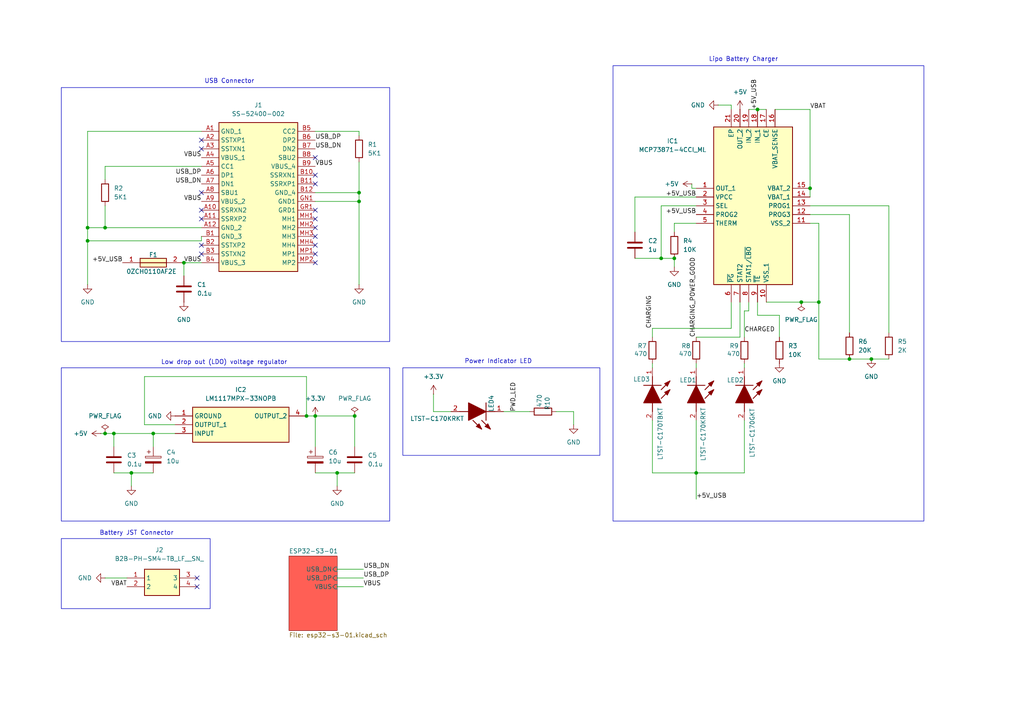
<source format=kicad_sch>
(kicad_sch (version 20250114) (generator "eeschema") (generator_version "9.0")
  (paper "A4")
  (title_block (title "Media-Macroboard"))
  (lib_symbols
    (symbol "0ZCH0110AF2E:0ZCH0110AF2E" (pin_names (hide yes))
      (property "Reference" "F" (at 13.97 6.35 0))
      (property "Value" "0ZCH0110AF2E" (at 13.97 3.81 0))
      (symbol "0ZCH0110AF2E_1_1"
        (rectangle (start 5.08 1.27) (end 12.7 -1.27) (stroke (width 0.254)) (fill (type background)))
        (polyline (pts (xy 5.08 0) (xy 12.7 0)) (stroke (width 0.254)))
        (pin passive line (at 0 0 0) (length 5.08) (name "1") (number "1"))
        (pin passive line (at 17.78 0 180) (length 5.08) (name "2") (number "2"))
      )
    )
    (symbol "B2B-PH-SM4-TB_LF__SN_:B2B-PH-SM4-TB_LF__SN_"
      (property "Reference" "J" (at 16.51 7.62 0))
      (property "Value" "B2B-PH-SM4-TB_LF__SN_" (at 16.51 5.08 0))
      (symbol "B2B-PH-SM4-TB_LF__SN__1_1"
        (rectangle (start 5.08 2.54) (end 15.24 -5.08) (stroke (width 0.254)) (fill (type background)))
        (pin passive line (at 0 0 0) (length 5.08) (name "1") (number "1"))
        (pin passive line (at 0 -2.54 0) (length 5.08) (name "2") (number "2"))
        (pin passive line (at 20.32 0 180) (length 5.08) (name "3") (number "3"))
        (pin passive line (at 20.32 -2.54 180) (length 5.08) (name "4") (number "4"))
      )
    )
    (symbol "Device:C" (pin_numbers (hide yes)) (pin_names (offset 0.254))
      (property "Reference" "C" (at 0.635 2.54 0))
      (property "Value" "C" (at 0.635 -2.54 0))
      (symbol "C_0_1"
        (polyline (pts (xy -2.032 0.762) (xy 2.032 0.762)) (stroke (width 0.508)))
        (polyline (pts (xy -2.032 -0.762) (xy 2.032 -0.762)) (stroke (width 0.508)))
      )
      (symbol "C_1_1"
        (pin passive line (at 0 3.81 270) (length 2.794) (name "~") (number "1"))
        (pin passive line (at 0 -3.81 90) (length 2.794) (name "~") (number "2"))
      )
    )
    (symbol "Device:C_Polarized" (pin_numbers (hide yes)) (pin_names (offset 0.254))
      (property "Reference" "C" (at 0.635 2.54 0))
      (property "Value" "C_Polarized" (at 0.635 -2.54 0))
      (symbol "C_Polarized_0_1"
        (rectangle (start -2.286 0.508) (end 2.286 1.016))
        (polyline (pts (xy -1.778 2.286) (xy -0.762 2.286)))
        (polyline (pts (xy -1.27 2.794) (xy -1.27 1.778)))
        (rectangle (start 2.286 -0.508) (end -2.286 -1.016) (fill (type outline)))
      )
      (symbol "C_Polarized_1_1"
        (pin passive line (at 0 3.81 270) (length 2.794) (name "~") (number "1"))
        (pin passive line (at 0 -3.81 90) (length 2.794) (name "~") (number "2"))
      )
    )
    (symbol "Device:R" (pin_numbers (hide yes)) (pin_names (offset 0))
      (property "Reference" "R" (at 2.032 0 90))
      (property "Value" "R" (at 0 0 90))
      (symbol "R_0_1"
        (rectangle (start -1.016 -2.54) (end 1.016 2.54) (stroke (width 0.254)))
      )
      (symbol "R_1_1"
        (pin passive line (at 0 3.81 270) (length 1.27) (name "~") (number "1"))
        (pin passive line (at 0 -3.81 90) (length 1.27) (name "~") (number "2"))
      )
    )
    (symbol "LM1117MPX-33NOPB:LM1117MPX-33NOPB"
      (property "Reference" "IC" (at 34.29 7.62 0))
      (property "Value" "LM1117MPX-33NOPB" (at 34.29 5.08 0))
      (symbol "LM1117MPX-33NOPB_1_1"
        (rectangle (start 5.08 2.54) (end 33.02 -7.62) (stroke (width 0.254)) (fill (type background)))
        (pin passive line (at 0 0 0) (length 5.08) (name "GROUND") (number "1"))
        (pin passive line (at 0 -2.54 0) (length 5.08) (name "OUTPUT_1") (number "2"))
        (pin passive line (at 0 -5.08 0) (length 5.08) (name "INPUT") (number "3"))
        (pin passive line (at 38.1 0 180) (length 5.08) (name "OUTPUT_2") (number "4"))
      )
    )
    (symbol "LTST-C170GKT:LTST-C170GKT" (pin_names (hide yes))
      (property "Reference" "LED" (at 12.7 8.89 0))
      (property "Value" "LTST-C170GKT" (at 12.7 6.35 0))
      (symbol "LTST-C170GKT_1_1"
        (polyline (pts (xy 2.54 0) (xy 5.08 0)) (stroke (width 0.254)))
        (polyline (pts (xy 5.08 2.54) (xy 5.08 -2.54)) (stroke (width 0.254)))
        (polyline (pts (xy 5.08 0) (xy 10.16 2.54) (xy 10.16 -2.54) (xy 5.08 0)) (stroke (width 0.254)) (fill (type outline)))
        (polyline (pts (xy 5.334 4.318) (xy 4.572 3.556) (xy 3.81 5.08) (xy 5.334 4.318)) (stroke (width 0.254)) (fill (type outline)))
        (polyline (pts (xy 6.35 2.54) (xy 3.81 5.08)) (stroke (width 0.254)))
        (polyline (pts (xy 7.874 4.318) (xy 7.112 3.556) (xy 6.35 5.08) (xy 7.874 4.318)) (stroke (width 0.254)) (fill (type outline)))
        (polyline (pts (xy 8.89 2.54) (xy 6.35 5.08)) (stroke (width 0.254)))
        (polyline (pts (xy 10.16 0) (xy 12.7 0)) (stroke (width 0.254)))
        (pin passive line (at 0 0 0) (length 2.54) (name "K") (number "1"))
        (pin passive line (at 15.24 0 180) (length 2.54) (name "A") (number "2"))
      )
    )
    (symbol "LTST-C170KRKT:LTST-C170KRKT" (pin_names (hide yes))
      (property "Reference" "LED" (at 12.7 8.89 0))
      (property "Value" "LTST-C170KRKT" (at 12.7 6.35 0))
      (symbol "LTST-C170KRKT_1_1"
        (polyline (pts (xy 2.54 0) (xy 5.08 0)) (stroke (width 0.254)))
        (polyline (pts (xy 5.08 2.54) (xy 5.08 -2.54)) (stroke (width 0.254)))
        (polyline (pts (xy 5.08 0) (xy 10.16 2.54) (xy 10.16 -2.54) (xy 5.08 0)) (stroke (width 0.254)) (fill (type outline)))
        (polyline (pts (xy 5.334 4.318) (xy 4.572 3.556) (xy 3.81 5.08) (xy 5.334 4.318)) (stroke (width 0.254)) (fill (type outline)))
        (polyline (pts (xy 6.35 2.54) (xy 3.81 5.08)) (stroke (width 0.254)))
        (polyline (pts (xy 7.874 4.318) (xy 7.112 3.556) (xy 6.35 5.08) (xy 7.874 4.318)) (stroke (width 0.254)) (fill (type outline)))
        (polyline (pts (xy 8.89 2.54) (xy 6.35 5.08)) (stroke (width 0.254)))
        (polyline (pts (xy 10.16 0) (xy 12.7 0)) (stroke (width 0.254)))
        (pin passive line (at 0 0 0) (length 2.54) (name "K") (number "1"))
        (pin passive line (at 15.24 0 180) (length 2.54) (name "A") (number "2"))
      )
    )
    (symbol "LTST-C170TBKT:LTST-C170TBKT" (pin_names (hide yes))
      (property "Reference" "LED" (at 12.7 8.89 0))
      (property "Value" "LTST-C170TBKT" (at 12.7 6.35 0))
      (symbol "LTST-C170TBKT_1_1"
        (polyline (pts (xy 2.54 0) (xy 5.08 0)) (stroke (width 0.254)))
        (polyline (pts (xy 5.08 2.54) (xy 5.08 -2.54)) (stroke (width 0.254)))
        (polyline (pts (xy 5.08 0) (xy 10.16 2.54) (xy 10.16 -2.54) (xy 5.08 0)) (stroke (width 0.254)) (fill (type outline)))
        (polyline (pts (xy 5.334 4.318) (xy 4.572 3.556) (xy 3.81 5.08) (xy 5.334 4.318)) (stroke (width 0.254)) (fill (type outline)))
        (polyline (pts (xy 6.35 2.54) (xy 3.81 5.08)) (stroke (width 0.254)))
        (polyline (pts (xy 7.874 4.318) (xy 7.112 3.556) (xy 6.35 5.08) (xy 7.874 4.318)) (stroke (width 0.254)) (fill (type outline)))
        (polyline (pts (xy 8.89 2.54) (xy 6.35 5.08)) (stroke (width 0.254)))
        (polyline (pts (xy 10.16 0) (xy 12.7 0)) (stroke (width 0.254)))
        (pin passive line (at 0 0 0) (length 2.54) (name "K") (number "1"))
        (pin passive line (at 15.24 0 180) (length 2.54) (name "A") (number "2"))
      )
    )
    (symbol "MCP73871-4CCI_ML:MCP73871-4CCI_ML"
      (property "Reference" "IC" (at 29.21 22.86 0))
      (property "Value" "MCP73871-4CCI_ML" (at 29.21 20.32 0))
      (symbol "MCP73871-4CCI_ML_1_1"
        (rectangle (start 5.08 17.78) (end 27.94 -27.94) (stroke (width 0.254)) (fill (type background)))
        (pin passive line (at 0 0 0) (length 5.08) (name "OUT_1") (number "1"))
        (pin passive line (at 0 -2.54 0) (length 5.08) (name "VPCC") (number "2"))
        (pin passive line (at 0 -5.08 0) (length 5.08) (name "SEL") (number "3"))
        (pin passive line (at 0 -7.62 0) (length 5.08) (name "PROG2") (number "4"))
        (pin passive line (at 0 -10.16 0) (length 5.08) (name "THERM") (number "5"))
        (pin passive line (at 10.16 22.86 270) (length 5.08) (name "EP") (number "21"))
        (pin passive line (at 10.16 -33.02 90) (length 5.08) (name "~{PG}") (number "6"))
        (pin passive line (at 12.7 22.86 270) (length 5.08) (name "OUT_2") (number "20"))
        (pin passive line (at 12.7 -33.02 90) (length 5.08) (name "STAT2") (number "7"))
        (pin passive line (at 15.24 22.86 270) (length 5.08) (name "IN_2") (number "19"))
        (pin passive line (at 15.24 -33.02 90) (length 5.08) (name "STAT1/~{LBO}") (number "8"))
        (pin passive line (at 17.78 22.86 270) (length 5.08) (name "IN_1") (number "18"))
        (pin passive line (at 17.78 -33.02 90) (length 5.08) (name "~{TE}") (number "9"))
        (pin passive line (at 20.32 22.86 270) (length 5.08) (name "CE") (number "17"))
        (pin passive line (at 20.32 -33.02 90) (length 5.08) (name "VSS_1") (number "10"))
        (pin passive line (at 22.86 22.86 270) (length 5.08) (name "VBAT_SENSE") (number "16"))
        (pin passive line (at 33.02 0 180) (length 5.08) (name "VBAT_2") (number "15"))
        (pin passive line (at 33.02 -2.54 180) (length 5.08) (name "VBAT_1") (number "14"))
        (pin passive line (at 33.02 -5.08 180) (length 5.08) (name "PROG1") (number "13"))
        (pin passive line (at 33.02 -7.62 180) (length 5.08) (name "PROG3") (number "12"))
        (pin passive line (at 33.02 -10.16 180) (length 5.08) (name "VSS_2") (number "11"))
      )
    )
    (symbol "SS-52400-002:SS-52400-002"
      (property "Reference" "J" (at 29.21 7.62 0))
      (property "Value" "SS-52400-002" (at 29.21 5.08 0))
      (symbol "SS-52400-002_1_1"
        (rectangle (start 5.08 2.54) (end 27.94 -40.64) (stroke (width 0.254)) (fill (type background)))
        (pin passive line (at 0 0 0) (length 5.08) (name "GND_1") (number "A1"))
        (pin passive line (at 0 -2.54 0) (length 5.08) (name "SSTXP1") (number "A2"))
        (pin passive line (at 0 -5.08 0) (length 5.08) (name "SSTXN1") (number "A3"))
        (pin passive line (at 0 -7.62 0) (length 5.08) (name "VBUS_1") (number "A4"))
        (pin passive line (at 0 -10.16 0) (length 5.08) (name "CC1") (number "A5"))
        (pin passive line (at 0 -12.7 0) (length 5.08) (name "DP1") (number "A6"))
        (pin passive line (at 0 -15.24 0) (length 5.08) (name "DN1") (number "A7"))
        (pin passive line (at 0 -17.78 0) (length 5.08) (name "SBU1") (number "A8"))
        (pin passive line (at 0 -20.32 0) (length 5.08) (name "VBUS_2") (number "A9"))
        (pin passive line (at 0 -22.86 0) (length 5.08) (name "SSRXN2") (number "A10"))
        (pin passive line (at 0 -25.4 0) (length 5.08) (name "SSRXP2") (number "A11"))
        (pin passive line (at 0 -27.94 0) (length 5.08) (name "GND_2") (number "A12"))
        (pin passive line (at 0 -30.48 0) (length 5.08) (name "GND_3") (number "B1"))
        (pin passive line (at 0 -33.02 0) (length 5.08) (name "SSTXP2") (number "B2"))
        (pin passive line (at 0 -35.56 0) (length 5.08) (name "SSTXN2") (number "B3"))
        (pin passive line (at 0 -38.1 0) (length 5.08) (name "VBUS_3") (number "B4"))
        (pin passive line (at 33.02 0 180) (length 5.08) (name "CC2") (number "B5"))
        (pin passive line (at 33.02 -2.54 180) (length 5.08) (name "DP2") (number "B6"))
        (pin passive line (at 33.02 -5.08 180) (length 5.08) (name "DN2") (number "B7"))
        (pin passive line (at 33.02 -7.62 180) (length 5.08) (name "SBU2") (number "B8"))
        (pin passive line (at 33.02 -10.16 180) (length 5.08) (name "VBUS_4") (number "B9"))
        (pin passive line (at 33.02 -12.7 180) (length 5.08) (name "SSRXN1") (number "B10"))
        (pin passive line (at 33.02 -15.24 180) (length 5.08) (name "SSRXP1") (number "B11"))
        (pin passive line (at 33.02 -17.78 180) (length 5.08) (name "GND_4") (number "B12"))
        (pin passive line (at 33.02 -20.32 180) (length 5.08) (name "GND1") (number "GN1"))
        (pin passive line (at 33.02 -22.86 180) (length 5.08) (name "GRD1") (number "GR1"))
        (pin passive line (at 33.02 -25.4 180) (length 5.08) (name "MH1") (number "MH1"))
        (pin passive line (at 33.02 -27.94 180) (length 5.08) (name "MH2") (number "MH2"))
        (pin passive line (at 33.02 -30.48 180) (length 5.08) (name "MH3") (number "MH3"))
        (pin passive line (at 33.02 -33.02 180) (length 5.08) (name "MH4") (number "MH4"))
        (pin passive line (at 33.02 -35.56 180) (length 5.08) (name "MP1") (number "MP1"))
        (pin passive line (at 33.02 -38.1 180) (length 5.08) (name "MP2") (number "MP2"))
      )
    )
    (symbol "power:+3.3V" (power) (pin_numbers (hide yes)) (pin_names (offset 0) (hide yes))
      (property "Value" "+3.3V" (at 0 3.556 0))
      (symbol "+3.3V_0_1"
        (polyline (pts (xy -0.762 1.27) (xy 0 2.54)))
        (polyline (pts (xy 0 2.54) (xy 0.762 1.27)))
        (polyline (pts (xy 0 0) (xy 0 2.54)))
      )
      (symbol "+3.3V_1_1"
        (pin power_in line (at 0 0 90) (length 0) (name "~") (number "1"))
      )
    )
    (symbol "power:+5V" (power) (pin_numbers (hide yes)) (pin_names (offset 0) (hide yes))
      (property "Value" "+5V" (at 0 3.556 0))
      (symbol "+5V_0_1"
        (polyline (pts (xy -0.762 1.27) (xy 0 2.54)))
        (polyline (pts (xy 0 2.54) (xy 0.762 1.27)))
        (polyline (pts (xy 0 0) (xy 0 2.54)))
      )
      (symbol "+5V_1_1"
        (pin power_in line (at 0 0 90) (length 0) (name "~") (number "1"))
      )
    )
    (symbol "power:GND" (power) (pin_numbers (hide yes)) (pin_names (offset 0) (hide yes))
      (property "Value" "GND" (at 0 -3.81 0))
      (symbol "GND_0_1"
        (polyline (pts (xy 0 0) (xy 0 -1.27) (xy 1.27 -1.27) (xy 0 -2.54) (xy -1.27 -1.27) (xy 0 -1.27)))
      )
      (symbol "GND_1_1"
        (pin power_in line (at 0 0 270) (length 0) (name "~") (number "1"))
      )
    )
    (symbol "power:PWR_FLAG" (power) (pin_numbers (hide yes)) (pin_names (offset 0) (hide yes))
      (property "Value" "PWR_FLAG" (at 0 3.81 0))
      (symbol "PWR_FLAG_0_0"
        (pin power_out line (at 0 0 90) (length 0) (name "~") (number "1"))
      )
      (symbol "PWR_FLAG_0_1"
        (polyline (pts (xy 0 0) (xy 0 1.27) (xy -1.016 1.905) (xy 0 2.54) (xy 1.016 1.905) (xy 0 1.27)))
      )
    )
  )
  (rectangle (start 17.78 25.4) (end 113.03 99.06))
  (rectangle (start 116.84 106.68) (end 173.99 132.08))
  (rectangle (start 177.8 19.05) (end 267.97 151.13))
  (rectangle (start 17.78 106.68) (end 113.03 151.13))
  (rectangle (start 17.78 156.21) (end 60.96 176.53))
  (text "USB Connector" (at 66.548 23.622 0) (effects (font (size 1.27 1.27))))
  (text "Lipo Battery Charger" (at 215.646 17.272 0) (effects (font (size 1.27 1.27))))
  (text "Power Indicator LED" (at 144.526 104.902 0) (effects (font (size 1.27 1.27))))
  (text "Battery JST Connector" (at 39.624 154.686 0) (effects (font (size 1.27 1.27))))
  (text "Low drop out (LDO) voltage regulator\n" (at 65.024 105.156 0) (effects (font (size 1.27 1.27))))
  (junction (at 25.4 69.85))
  (junction (at 234.95 54.61))
  (junction (at 53.34 76.2))
  (junction (at 201.93 137.16))
  (junction (at 91.44 120.65))
  (junction (at 195.58 74.93))
  (junction (at 88.9 120.65))
  (junction (at 30.48 125.73))
  (junction (at 97.79 137.16))
  (junction (at 232.41 87.63))
  (junction (at 246.38 104.14))
  (junction (at 25.4 66.04))
  (junction (at 252.73 104.14))
  (junction (at 104.14 55.88))
  (junction (at 191.77 74.93))
  (junction (at 219.71 31.75))
  (junction (at 44.45 125.73))
  (junction (at 102.87 120.65))
  (junction (at 237.49 87.63))
  (junction (at 104.14 58.42))
  (junction (at 38.1 137.16))
  (junction (at 30.48 66.04))
  (junction (at 33.02 125.73))
  (no_connect (at 57.15 167.64))
  (no_connect (at 91.44 50.8))
  (no_connect (at 91.44 68.58))
  (no_connect (at 91.44 53.34))
  (no_connect (at 91.44 76.2))
  (no_connect (at 91.44 71.12))
  (no_connect (at 58.42 40.64))
  (no_connect (at 91.44 60.96))
  (no_connect (at 91.44 73.66))
  (no_connect (at 58.42 71.12))
  (no_connect (at 91.44 66.04))
  (no_connect (at 58.42 55.88))
  (no_connect (at 91.44 45.72))
  (no_connect (at 58.42 60.96))
  (no_connect (at 58.42 73.66))
  (no_connect (at 57.15 170.18))
  (no_connect (at 91.44 63.5))
  (no_connect (at 58.42 63.5))
  (no_connect (at 58.42 43.18))
  (wire (pts (xy 97.79 167.64) (xy 105.41 167.64)))
  (wire (pts (xy 33.02 125.73) (xy 33.02 129.54)))
  (wire (pts (xy 200.66 54.61) (xy 201.93 54.61)))
  (wire (pts (xy 161.29 119.38) (xy 166.37 119.38)))
  (wire (pts (xy 102.87 129.54) (xy 102.87 120.65)))
  (wire (pts (xy 217.17 31.75) (xy 219.71 31.75)))
  (wire (pts (xy 58.42 69.85) (xy 58.42 68.58)))
  (wire (pts (xy 201.93 137.16) (xy 201.93 144.78)))
  (wire (pts (xy 201.93 105.41) (xy 201.93 106.68)))
  (wire (pts (xy 195.58 64.77) (xy 195.58 67.31)))
  (wire (pts (xy 200.66 53.34) (xy 200.66 54.61)))
  (wire (pts (xy 38.1 137.16) (xy 38.1 140.97)))
  (wire (pts (xy 104.14 55.88) (xy 104.14 58.42)))
  (wire (pts (xy 91.44 55.88) (xy 104.14 55.88)))
  (wire (pts (xy 212.09 30.48) (xy 208.28 30.48)))
  (wire (pts (xy 195.58 64.77) (xy 201.93 64.77)))
  (wire (pts (xy 184.15 74.93) (xy 191.77 74.93)))
  (wire (pts (xy 33.02 137.16) (xy 38.1 137.16)))
  (wire (pts (xy 215.9 121.92) (xy 215.9 137.16)))
  (wire (pts (xy 41.91 109.22) (xy 88.9 109.22)))
  (wire (pts (xy 97.79 137.16) (xy 102.87 137.16)))
  (wire (pts (xy 246.38 62.23) (xy 234.95 62.23)))
  (wire (pts (xy 30.48 167.64) (xy 36.83 167.64)))
  (wire (pts (xy 153.67 119.38) (xy 146.05 119.38)))
  (wire (pts (xy 166.37 119.38) (xy 166.37 123.19)))
  (wire (pts (xy 234.95 54.61) (xy 234.95 57.15)))
  (wire (pts (xy 33.02 125.73) (xy 44.45 125.73)))
  (wire (pts (xy 50.8 125.73) (xy 44.45 125.73)))
  (wire (pts (xy 25.4 82.55) (xy 25.4 69.85)))
  (wire (pts (xy 201.93 137.16) (xy 215.9 137.16)))
  (wire (pts (xy 217.17 90.17) (xy 217.17 87.63)))
  (wire (pts (xy 212.09 95.25) (xy 212.09 87.63)))
  (wire (pts (xy 257.81 104.14) (xy 252.73 104.14)))
  (wire (pts (xy 53.34 76.2) (xy 53.34 80.01)))
  (wire (pts (xy 29.21 125.73) (xy 30.48 125.73)))
  (wire (pts (xy 201.93 59.69) (xy 191.77 59.69)))
  (wire (pts (xy 212.09 31.75) (xy 212.09 30.48)))
  (wire (pts (xy 234.95 31.75) (xy 234.95 54.61)))
  (wire (pts (xy 201.93 121.92) (xy 201.93 137.16)))
  (wire (pts (xy 104.14 38.1) (xy 104.14 39.37)))
  (wire (pts (xy 195.58 74.93) (xy 195.58 77.47)))
  (wire (pts (xy 125.73 114.3) (xy 125.73 119.38)))
  (wire (pts (xy 226.06 91.44) (xy 226.06 97.79)))
  (wire (pts (xy 191.77 74.93) (xy 195.58 74.93)))
  (wire (pts (xy 226.06 91.44) (xy 219.71 91.44)))
  (wire (pts (xy 25.4 38.1) (xy 58.42 38.1)))
  (wire (pts (xy 215.9 105.41) (xy 215.9 106.68)))
  (wire (pts (xy 219.71 91.44) (xy 219.71 87.63)))
  (wire (pts (xy 232.41 87.63) (xy 237.49 87.63)))
  (wire (pts (xy 189.23 105.41) (xy 189.23 106.68)))
  (wire (pts (xy 97.79 170.18) (xy 105.41 170.18)))
  (wire (pts (xy 44.45 125.73) (xy 44.45 129.54)))
  (wire (pts (xy 237.49 87.63) (xy 237.49 104.14)))
  (wire (pts (xy 224.79 31.75) (xy 234.95 31.75)))
  (wire (pts (xy 102.87 120.65) (xy 91.44 120.65)))
  (wire (pts (xy 88.9 120.65) (xy 91.44 120.65)))
  (wire (pts (xy 184.15 57.15) (xy 201.93 57.15)))
  (wire (pts (xy 201.93 97.79) (xy 214.63 97.79)))
  (wire (pts (xy 189.23 137.16) (xy 201.93 137.16)))
  (wire (pts (xy 191.77 59.69) (xy 191.77 74.93)))
  (wire (pts (xy 214.63 87.63) (xy 214.63 97.79)))
  (wire (pts (xy 222.25 87.63) (xy 232.41 87.63)))
  (wire (pts (xy 125.73 119.38) (xy 130.81 119.38)))
  (wire (pts (xy 91.44 58.42) (xy 104.14 58.42)))
  (wire (pts (xy 104.14 58.42) (xy 104.14 82.55)))
  (wire (pts (xy 212.09 95.25) (xy 189.23 95.25)))
  (wire (pts (xy 257.81 96.52) (xy 257.81 59.69)))
  (wire (pts (xy 189.23 95.25) (xy 189.23 97.79)))
  (wire (pts (xy 237.49 104.14) (xy 246.38 104.14)))
  (wire (pts (xy 50.8 123.19) (xy 41.91 123.19)))
  (wire (pts (xy 91.44 129.54) (xy 91.44 120.65)))
  (wire (pts (xy 91.44 38.1) (xy 104.14 38.1)))
  (wire (pts (xy 88.9 109.22) (xy 88.9 120.65)))
  (wire (pts (xy 97.79 137.16) (xy 97.79 140.97)))
  (wire (pts (xy 53.34 76.2) (xy 58.42 76.2)))
  (wire (pts (xy 219.71 31.75) (xy 222.25 31.75)))
  (wire (pts (xy 184.15 67.31) (xy 184.15 57.15)))
  (wire (pts (xy 91.44 137.16) (xy 97.79 137.16)))
  (wire (pts (xy 38.1 137.16) (xy 44.45 137.16)))
  (wire (pts (xy 25.4 38.1) (xy 25.4 66.04)))
  (wire (pts (xy 234.95 64.77) (xy 237.49 64.77)))
  (wire (pts (xy 30.48 52.07) (xy 30.48 48.26)))
  (wire (pts (xy 257.81 59.69) (xy 234.95 59.69)))
  (wire (pts (xy 41.91 123.19) (xy 41.91 109.22)))
  (wire (pts (xy 215.9 90.17) (xy 217.17 90.17)))
  (wire (pts (xy 246.38 96.52) (xy 246.38 62.23)))
  (wire (pts (xy 30.48 48.26) (xy 58.42 48.26)))
  (wire (pts (xy 30.48 66.04) (xy 30.48 59.69)))
  (wire (pts (xy 215.9 90.17) (xy 215.9 97.79)))
  (wire (pts (xy 30.48 66.04) (xy 58.42 66.04)))
  (wire (pts (xy 189.23 121.92) (xy 189.23 137.16)))
  (wire (pts (xy 30.48 125.73) (xy 33.02 125.73)))
  (wire (pts (xy 25.4 69.85) (xy 25.4 66.04)))
  (wire (pts (xy 246.38 104.14) (xy 252.73 104.14)))
  (wire (pts (xy 25.4 69.85) (xy 58.42 69.85)))
  (wire (pts (xy 104.14 55.88) (xy 104.14 46.99)))
  (wire (pts (xy 97.79 165.1) (xy 105.41 165.1)))
  (wire (pts (xy 25.4 66.04) (xy 30.48 66.04)))
  (wire (pts (xy 237.49 64.77) (xy 237.49 87.63)))
  (label "USB_DN" (at 105.41 165.1 0))
  (label "VBUS" (at 58.42 45.72 180))
  (label "VBAT" (at 36.83 170.18 180))
  (label "CHARGING" (at 189.23 95.25 90))
  (label "USB_DP" (at 91.44 40.64 0))
  (label "CHARGING_POWER_GOOD" (at 201.93 97.79 90))
  (label "+5V_USB" (at 201.93 62.23 180))
  (label "PWD_LED" (at 149.86 119.38 90))
  (label "VBUS" (at 53.34 76.2 0))
  (label "+5V_USB" (at 201.93 144.78 0))
  (label "USB_DP" (at 58.42 50.8 180))
  (label "VBUS" (at 91.44 48.26 0))
  (label "VBAT" (at 234.95 31.75 0))
  (label "VBUS" (at 58.42 58.42 180))
  (label "+5V_USB" (at 219.71 31.75 90))
  (label "USB_DN" (at 58.42 53.34 180))
  (label "USB_DP" (at 105.41 167.64 0))
  (label "+5V_USB" (at 201.93 57.15 180))
  (label "VBUS" (at 105.41 170.18 0))
  (label "+5V_USB" (at 35.56 76.2 180))
  (label "USB_DN" (at 91.44 43.18 0))
  (label "CHARGED" (at 215.9 96.52 0))
  (symbol (lib_id "MCP73871-4CCI_ML:MCP73871-4CCI_ML") (at 201.93 54.61 0) (unit 1)
    (property "Reference" "IC1" (at 195.072 40.894 0))
    (property "Value" "MCP73871-4CCI_ML" (at 195.072 43.434 0))
    (property "Footprint" "Footprints:QFN50P400X400X100-21N-D" (effects (hide yes)))
    (property "Datasheet" "https://www.arrow.com/en/products/mcp73871-4cciml/microchip-technology?region=nac" (effects (hide yes)))
    (property "Description" "Linear Battery Charger Controller Li-Ion/Li-Pol 1000mA 4.4V 20-Pin QFN EP Tube" (effects (hide yes)))
    (property "Height" "1" (effects (hide yes)))
    (property "Mouser Part Number" "579-MCP73871-4CCI/ML" (effects (hide yes)))
    (property "Mouser Price/Stock" "https://www.mouser.co.uk/ProductDetail/Microchip-Technology/MCP73871-4CCI-ML?qs=wd5RIQLrsJjKolyPmmXD4g%3D%3D" (effects (hide yes)))
    (property "Manufacturer_Name" "Microchip" (effects (hide yes)))
    (property "Manufacturer_Part_Number" "MCP73871-4CCI/ML" (effects (hide yes)))
  )
  (symbol (lib_id "LM1117MPX-33NOPB:LM1117MPX-33NOPB") (at 50.8 120.65 0) (unit 1)
    (property "Reference" "IC2" (at 69.85 113.03 0))
    (property "Value" "LM1117MPX-33NOPB" (at 69.85 115.57 0))
    (property "Footprint" "Footprints:SOT230P700X180-4N" (effects (hide yes)))
    (property "Datasheet" "https://www.onsemi.com/pub/Collateral/LM1117-D.PDF" (effects (hide yes)))
    (property "Description" "Available in 1.8 V, 2.5 V, 3.3 V, 5 V, and Adjustable Versions; Space-saving SOT-223 package; Current limiting and thermal protection; Output current: 800 mA; Line regulation: 0.2% (maximum); Load regulation: 0.4% (maximum)" (effects (hide yes)))
    (property "Height" "1.8" (effects (hide yes)))
    (property "Mouser Part Number" "863-LM1117MPX-33NOPB" (effects (hide yes)))
    (property "Mouser Price/Stock" "https://www.mouser.co.uk/ProductDetail/onsemi/LM1117MPX-33NOPB?qs=DPoM0jnrROUIbzbQHFmeig%3D%3D" (effects (hide yes)))
    (property "Manufacturer_Name" "onsemi" (effects (hide yes)))
    (property "Manufacturer_Part_Number" "LM1117MPX-33NOPB" (effects (hide yes)))
  )
  (symbol (lib_id "Device:R") (at 226.06 101.6 0) (unit 1)
    (property "Reference" "R3" (at 228.6 100.3299 0) (effects (justify left)))
    (property "Value" "10K" (at 228.6 102.8699 0) (effects (justify left)))
    (property "Footprint" "Resistor_SMD:R_0805_2012Metric_Pad1.20x1.40mm_HandSolder" (effects (hide yes)))
    (property "Description" "Resistor" (effects (hide yes)))
  )
  (symbol (lib_id "Device:R") (at 157.48 119.38 270) (unit 1)
    (property "Reference" "R10" (at 158.75 115.062 0) (effects (justify left)))
    (property "Value" "470" (at 156.464 114.3 0) (effects (justify left)))
    (property "Footprint" "Resistor_SMD:R_0805_2012Metric_Pad1.20x1.40mm_HandSolder" (effects (hide yes)))
    (property "Description" "Resistor" (effects (hide yes)))
  )
  (symbol (lib_id "Device:R") (at 189.23 101.6 0) (unit 1)
    (property "Reference" "R7" (at 184.912 100.33 0) (effects (justify left)))
    (property "Value" "470" (at 183.896 102.616 0) (effects (justify left)))
    (property "Footprint" "Resistor_SMD:R_0805_2012Metric_Pad1.20x1.40mm_HandSolder" (effects (hide yes)))
    (property "Description" "Resistor" (effects (hide yes)))
  )
  (symbol (lib_id "Device:C") (at 102.87 133.35 0) (unit 1)
    (property "Reference" "C5" (at 106.68 132.0799 0) (effects (justify left)))
    (property "Value" "0.1u" (at 106.68 134.6199 0) (effects (justify left)))
    (property "Footprint" "Capacitor_SMD:C_0805_2012Metric_Pad1.18x1.45mm_HandSolder" (effects (hide yes)))
    (property "Description" "Unpolarized capacitor" (effects (hide yes)))
  )
  (symbol (lib_id "power:+3.3V") (at 91.44 120.65 0) (unit 1)
    (property "Reference" "#PWR09" (effects (hide yes)))
    (property "Value" "+3.3V" (at 91.44 115.57 0))
    (property "Description" "Power symbol creates a global label with name \"+3.3V\"" (effects (hide yes)))
  )
  (symbol (lib_id "Device:C") (at 33.02 133.35 0) (unit 1)
    (property "Reference" "C3" (at 36.83 132.0799 0) (effects (justify left)))
    (property "Value" "0.1u" (at 36.83 134.6199 0) (effects (justify left)))
    (property "Footprint" "Capacitor_SMD:C_0805_2012Metric_Pad1.18x1.45mm_HandSolder" (effects (hide yes)))
    (property "Description" "Unpolarized capacitor" (effects (hide yes)))
  )
  (symbol (lib_id "Device:R") (at 201.93 101.6 0) (unit 1)
    (property "Reference" "R8" (at 197.612 100.33 0) (effects (justify left)))
    (property "Value" "470" (at 196.85 102.616 0) (effects (justify left)))
    (property "Footprint" "Resistor_SMD:R_0805_2012Metric_Pad1.20x1.40mm_HandSolder" (effects (hide yes)))
    (property "Description" "Resistor" (effects (hide yes)))
  )
  (symbol (lib_id "power:GND") (at 53.34 87.63 0) (unit 1)
    (property "Reference" "#PWR06" (effects (hide yes)))
    (property "Value" "GND" (at 53.34 92.71 0))
    (property "Description" "Power symbol creates a global label with name \"GND\" , ground" (effects (hide yes)))
  )
  (symbol (lib_id "power:GND") (at 97.79 140.97 0) (unit 1)
    (property "Reference" "#PWR010" (effects (hide yes)))
    (property "Value" "GND" (at 97.79 146.05 0))
    (property "Description" "Power symbol creates a global label with name \"GND\" , ground" (effects (hide yes)))
  )
  (symbol (lib_id "LTST-C170TBKT:LTST-C170TBKT") (at 189.23 106.68 270) (unit 1)
    (property "Reference" "LED3" (at 183.642 109.982 90) (effects (justify left)))
    (property "Value" "LTST-C170TBKT" (at 191.516 118.11 0) (effects (justify left)))
    (property "Footprint" "Footprints:LEDC2012X120N" (effects (hide yes)))
    (property "Datasheet" "https://componentsearchengine.com/Datasheets/1/LTST-C170TBKT.pdf" (effects (hide yes)))
    (property "Description" "LED,SMD,0805,Blue,28mcd,130deg" (effects (hide yes)))
    (property "Height" "1.2" (effects (hide yes)))
    (property "Mouser Part Number" "859-LTST-C170TBKT" (effects (hide yes)))
    (property "Mouser Price/Stock" "https://www.mouser.co.uk/ProductDetail/Lite-On/LTST-C170TBKT?qs=0uL0gcxEMop2ooGmIUzw3A%3D%3D" (effects (hide yes)))
    (property "Manufacturer_Name" "Lite-On" (effects (hide yes)))
    (property "Manufacturer_Part_Number" "LTST-C170TBKT" (effects (hide yes)))
  )
  (symbol (lib_id "power:GND") (at 226.06 105.41 0) (unit 1)
    (property "Reference" "#PWR03" (effects (hide yes)))
    (property "Value" "GND" (at 226.06 110.49 0))
    (property "Description" "Power symbol creates a global label with name \"GND\" , ground" (effects (hide yes)))
  )
  (symbol (lib_id "power:PWR_FLAG") (at 102.87 120.65 0) (unit 1)
    (property "Reference" "#FLG02" (effects (hide yes)))
    (property "Value" "PWR_FLAG" (at 102.87 115.57 0))
    (property "Description" "Special symbol for telling ERC where power comes from" (effects (hide yes)))
  )
  (symbol (lib_id "Device:R") (at 215.9 101.6 0) (unit 1)
    (property "Reference" "R9" (at 211.582 100.33 0) (effects (justify left)))
    (property "Value" "470" (at 210.82 102.616 0) (effects (justify left)))
    (property "Footprint" "Resistor_SMD:R_0805_2012Metric_Pad1.20x1.40mm_HandSolder" (effects (hide yes)))
    (property "Description" "Resistor" (effects (hide yes)))
  )
  (symbol (lib_id "power:+5V") (at 29.21 125.73 90) (unit 1)
    (property "Reference" "#PWR012" (effects (hide yes)))
    (property "Value" "+5V" (at 25.4 125.7299 90) (effects (justify left)))
    (property "Description" "Power symbol creates a global label with name \"+5V\"" (effects (hide yes)))
  )
  (symbol (lib_id "B2B-PH-SM4-TB_LF__SN_:B2B-PH-SM4-TB_LF__SN_") (at 36.83 167.64 0) (unit 1)
    (property "Reference" "J2" (at 46.228 159.512 0))
    (property "Value" "B2B-PH-SM4-TB_LF__SN_" (at 46.228 162.052 0))
    (property "Footprint" "Footprints:B2BPHSM4TBLFSN" (effects (hide yes)))
    (property "Datasheet" "http://www.jst-mfg.com/product/pdf/eng/ePH.pdf" (effects (hide yes)))
    (property "Description" "Connector Header Surface Mount 2 position 0.079\" (2.00mm)" (effects (hide yes)))
    (property "Height" "6.6" (effects (hide yes)))
    (property "Mouser Part Number" "N/A" (effects (hide yes)))
    (property "Mouser Price/Stock" "https://www.mouser.co.uk/ProductDetail/JST-Commercial/B2B-PH-SM4-TBLFSN?qs=QpmGXVUTftEVCi4DgEfWYw%3D%3D" (effects (hide yes)))
    (property "Manufacturer_Name" "JST (JAPAN SOLDERLESS TERMINALS)" (effects (hide yes)))
    (property "Manufacturer_Part_Number" "B2B-PH-SM4-TB(LF)(SN)" (effects (hide yes)))
  )
  (symbol (lib_id "0ZCH0110AF2E:0ZCH0110AF2E") (at 35.56 76.2 0) (unit 1)
    (property "Reference" "F1" (at 44.45 73.914 0))
    (property "Value" "0ZCH0110AF2E" (at 43.942 78.74 0))
    (property "Footprint" "Footprints:FUSC3226X100N" (effects (hide yes)))
    (property "Datasheet" "https://www.belfuse.com/resources/datasheets/circuitprotection/ds-cp-0zch-series.pdf" (effects (hide yes)))
    (property "Description" "1210 SMT PPTC | 1.10 Ih | 16V" (effects (hide yes)))
    (property "Height" "1" (effects (hide yes)))
    (property "Manufacturer_Name" "Bel Circuit Protection" (effects (hide yes)))
    (property "Manufacturer_Part_Number" "0ZCH0110AF2E" (effects (hide yes)))
  )
  (symbol (lib_id "Device:R") (at 246.38 100.33 0) (unit 1)
    (property "Reference" "R6" (at 248.92 99.0599 0) (effects (justify left)))
    (property "Value" "20K" (at 248.92 101.5999 0) (effects (justify left)))
    (property "Footprint" "Resistor_SMD:R_0805_2012Metric_Pad1.20x1.40mm_HandSolder" (effects (hide yes)))
    (property "Description" "Resistor" (effects (hide yes)))
  )
  (symbol (lib_id "Device:C") (at 184.15 71.12 0) (unit 1)
    (property "Reference" "C2" (at 187.96 69.8499 0) (effects (justify left)))
    (property "Value" "1u" (at 187.96 72.3899 0) (effects (justify left)))
    (property "Footprint" "Capacitor_SMD:C_0805_2012Metric_Pad1.18x1.45mm_HandSolder" (effects (hide yes)))
    (property "Description" "Unpolarized capacitor" (effects (hide yes)))
  )
  (symbol (lib_id "power:PWR_FLAG") (at 30.48 125.73 0) (unit 1)
    (property "Reference" "#FLG03" (effects (hide yes)))
    (property "Value" "PWR_FLAG" (at 30.48 120.65 0))
    (property "Description" "Special symbol for telling ERC where power comes from" (effects (hide yes)))
  )
  (symbol (lib_id "Device:R") (at 195.58 71.12 0) (unit 1)
    (property "Reference" "R4" (at 198.12 69.8499 0) (effects (justify left)))
    (property "Value" "10K" (at 198.12 72.3899 0) (effects (justify left)))
    (property "Footprint" "Resistor_SMD:R_0805_2012Metric_Pad1.20x1.40mm_HandSolder" (effects (hide yes)))
    (property "Description" "Resistor" (effects (hide yes)))
  )
  (symbol (lib_id "power:GND") (at 25.4 82.55 0) (unit 1)
    (property "Reference" "#PWR05" (effects (hide yes)))
    (property "Value" "GND" (at 25.4 87.63 0))
    (property "Description" "Power symbol creates a global label with name \"GND\" , ground" (effects (hide yes)))
  )
  (symbol (lib_id "power:GND") (at 104.14 82.55 0) (unit 1)
    (property "Reference" "#PWR04" (effects (hide yes)))
    (property "Value" "GND" (at 104.14 87.63 0))
    (property "Description" "Power symbol creates a global label with name \"GND\" , ground" (effects (hide yes)))
  )
  (symbol (lib_id "power:+3.3V") (at 125.73 114.3 0) (unit 1)
    (property "Reference" "#PWR016" (effects (hide yes)))
    (property "Value" "+3.3V" (at 125.73 109.22 0))
    (property "Description" "Power symbol creates a global label with name \"+3.3V\"" (effects (hide yes)))
  )
  (symbol (lib_id "power:GND") (at 252.73 104.14 0) (unit 1)
    (property "Reference" "#PWR02" (effects (hide yes)))
    (property "Value" "GND" (at 252.73 109.22 0))
    (property "Description" "Power symbol creates a global label with name \"GND\" , ground" (effects (hide yes)))
  )
  (symbol (lib_id "Device:R") (at 257.81 100.33 0) (unit 1)
    (property "Reference" "R5" (at 260.35 99.0599 0) (effects (justify left)))
    (property "Value" "2K" (at 260.35 101.5999 0) (effects (justify left)))
    (property "Footprint" "Resistor_SMD:R_0805_2012Metric_Pad1.20x1.40mm_HandSolder" (effects (hide yes)))
    (property "Description" "Resistor" (effects (hide yes)))
  )
  (symbol (lib_id "LTST-C170GKT:LTST-C170GKT") (at 215.9 106.68 270) (unit 1)
    (property "Reference" "LED2" (at 210.82 110.236 90) (effects (justify left)))
    (property "Value" "LTST-C170GKT" (at 218.186 118.364 0) (effects (justify left)))
    (property "Footprint" "Footprints:LEDC2012X120N" (effects (hide yes)))
    (property "Datasheet" "https://mm.digikey.com/Volume0/opasdata/d220001/medias/docus/895/LTST-C170GKT.pdf" (effects (hide yes)))
    (property "Description" "LED,SMD,0805,Green,6mcd,130deg Lite-On LTST-C170GKT, CHIPLED 0805 Series Green LED, 569 nm 2012 (0805), Rectangle Lens SMD package" (effects (hide yes)))
    (property "Height" "1.2" (effects (hide yes)))
    (property "Mouser Part Number" "859-LTST-C170GKT" (effects (hide yes)))
    (property "Mouser Price/Stock" "https://www.mouser.co.uk/ProductDetail/Lite-On/LTST-C170GKT?qs=%2FSqKn2EfXQSV5aRij3YIfQ%3D%3D" (effects (hide yes)))
    (property "Manufacturer_Name" "Lite-On" (effects (hide yes)))
    (property "Manufacturer_Part_Number" "LTST-C170GKT" (effects (hide yes)))
  )
  (symbol (lib_id "Device:C_Polarized") (at 44.45 133.35 0) (unit 1)
    (property "Reference" "C4" (at 48.26 131.1909 0) (effects (justify left)))
    (property "Value" "10u" (at 48.26 133.7309 0) (effects (justify left)))
    (property "Footprint" "Capacitor_SMD:C_1206_3216Metric" (effects (hide yes)))
    (property "Description" "Polarized capacitor" (effects (hide yes)))
  )
  (symbol (lib_id "power:PWR_FLAG") (at 232.41 87.63 180) (unit 1)
    (property "Reference" "#FLG01" (effects (hide yes)))
    (property "Value" "PWR_FLAG" (at 232.41 92.71 0))
    (property "Description" "Special symbol for telling ERC where power comes from" (effects (hide yes)))
  )
  (symbol (lib_id "power:GND") (at 208.28 30.48 270) (unit 1)
    (property "Reference" "#PWR07" (effects (hide yes)))
    (property "Value" "GND" (at 204.47 30.4799 90) (effects (justify right)))
    (property "Description" "Power symbol creates a global label with name \"GND\" , ground" (effects (hide yes)))
  )
  (symbol (lib_id "power:GND") (at 166.37 123.19 0) (unit 1)
    (property "Reference" "#PWR017" (effects (hide yes)))
    (property "Value" "GND" (at 166.37 128.27 0))
    (property "Description" "Power symbol creates a global label with name \"GND\" , ground" (effects (hide yes)))
  )
  (symbol (lib_id "Device:C") (at 53.34 83.82 0) (unit 1)
    (property "Reference" "C1" (at 57.15 82.5499 0) (effects (justify left)))
    (property "Value" "0.1u" (at 57.15 85.0899 0) (effects (justify left)))
    (property "Footprint" "Capacitor_SMD:C_0805_2012Metric_Pad1.18x1.45mm_HandSolder" (effects (hide yes)))
    (property "Description" "Unpolarized capacitor" (effects (hide yes)))
  )
  (symbol (lib_id "Device:R") (at 30.48 55.88 0) (unit 1)
    (property "Reference" "R2" (at 33.02 54.6099 0) (effects (justify left)))
    (property "Value" "5K1" (at 33.02 57.1499 0) (effects (justify left)))
    (property "Footprint" "Resistor_SMD:R_0805_2012Metric_Pad1.20x1.40mm_HandSolder" (effects (hide yes)))
    (property "Description" "Resistor" (effects (hide yes)))
  )
  (symbol (lib_id "LTST-C170KRKT:LTST-C170KRKT") (at 201.93 106.68 270) (unit 1)
    (property "Reference" "LED1" (at 197.104 110.236 90) (effects (justify left)))
    (property "Value" "LTST-C170KRKT" (at 203.962 118.11 0) (effects (justify left)))
    (property "Footprint" "Footprints:LEDC2012X120N" (effects (hide yes)))
    (property "Datasheet" "https://componentsearchengine.com/Datasheets/1/LTST-C170KRKT.pdf" (effects (hide yes)))
    (property "Description" "Standard LEDs - SMD Red Clear 631nm" (effects (hide yes)))
    (property "Height" "1.2" (effects (hide yes)))
    (property "Mouser Part Number" "859-LTST-C170KRKT" (effects (hide yes)))
    (property "Mouser Price/Stock" "https://www.mouser.co.uk/ProductDetail/Lite-On/LTST-C170KRKT?qs=NUb82WqeCyrVOID%2Fxt4rgA%3D%3D" (effects (hide yes)))
    (property "Manufacturer_Name" "Lite-On" (effects (hide yes)))
    (property "Manufacturer_Part_Number" "LTST-C170KRKT" (effects (hide yes)))
  )
  (symbol (lib_id "power:+5V") (at 200.66 53.34 90) (unit 1)
    (property "Reference" "#PWR014" (effects (hide yes)))
    (property "Value" "+5V" (at 196.85 53.3399 90) (effects (justify left)))
    (property "Description" "Power symbol creates a global label with name \"+5V\"" (effects (hide yes)))
  )
  (symbol (lib_id "power:+5V") (at 214.63 31.75 0) (unit 1)
    (property "Reference" "#PWR013" (effects (hide yes)))
    (property "Value" "+5V" (at 214.63 26.67 0))
    (property "Description" "Power symbol creates a global label with name \"+5V\"" (effects (hide yes)))
  )
  (symbol (lib_id "power:GND") (at 38.1 140.97 0) (unit 1)
    (property "Reference" "#PWR08" (effects (hide yes)))
    (property "Value" "GND" (at 38.1 146.05 0))
    (property "Description" "Power symbol creates a global label with name \"GND\" , ground" (effects (hide yes)))
  )
  (symbol (lib_id "Device:C_Polarized") (at 91.44 133.35 0) (unit 1)
    (property "Reference" "C6" (at 95.25 131.1909 0) (effects (justify left)))
    (property "Value" "10u" (at 95.25 133.7309 0) (effects (justify left)))
    (property "Footprint" "Capacitor_SMD:C_1206_3216Metric" (effects (hide yes)))
    (property "Description" "Polarized capacitor" (effects (hide yes)))
  )
  (symbol (lib_id "power:GND") (at 195.58 77.47 0) (unit 1)
    (property "Reference" "#PWR01" (effects (hide yes)))
    (property "Value" "GND" (at 195.58 82.55 0))
    (property "Description" "Power symbol creates a global label with name \"GND\" , ground" (effects (hide yes)))
  )
  (symbol (lib_id "power:GND") (at 30.48 167.64 270) (unit 1)
    (property "Reference" "#PWR015" (effects (hide yes)))
    (property "Value" "GND" (at 26.67 167.6399 90) (effects (justify right)))
    (property "Description" "Power symbol creates a global label with name \"GND\" , ground" (effects (hide yes)))
  )
  (symbol (lib_id "SS-52400-002:SS-52400-002") (at 58.42 38.1 0) (unit 1)
    (property "Reference" "J1" (at 74.93 30.48 0))
    (property "Value" "SS-52400-002" (at 74.93 33.02 0))
    (property "Footprint" "Footprints:SS52400002" (effects (hide yes)))
    (property "Datasheet" "https://componentsearchengine.com/Datasheets/1/SS-52400-002.pdf" (effects (hide yes)))
    (property "Description" "USB Connectors 1.00mm USB Type C RA Recpt" (effects (hide yes)))
    (property "Height" "2.96" (effects (hide yes)))
    (property "Mouser Part Number" "530-SS-52400-002" (effects (hide yes)))
    (property "Mouser Price/Stock" "https://www.mouser.co.uk/ProductDetail/Stewart-Connector-Bel/SS-52400-002?qs=BJlw7L4Cy79tL%252BoBpAWxLw%3D%3D" (effects (hide yes)))
    (property "Manufacturer_Name" "BelFuse" (effects (hide yes)))
    (property "Manufacturer_Part_Number" "SS-52400-002" (effects (hide yes)))
  )
  (symbol (lib_id "LTST-C170KRKT:LTST-C170KRKT") (at 146.05 119.38 180) (unit 1)
    (property "Reference" "LED4" (at 142.494 114.554 90) (effects (justify left)))
    (property "Value" "LTST-C170KRKT" (at 134.62 121.412 0) (effects (justify left)))
    (property "Footprint" "Footprints:LEDC2012X120N" (effects (hide yes)))
    (property "Datasheet" "https://componentsearchengine.com/Datasheets/1/LTST-C170KRKT.pdf" (effects (hide yes)))
    (property "Description" "Standard LEDs - SMD Red Clear 631nm" (effects (hide yes)))
    (property "Height" "1.2" (effects (hide yes)))
    (property "Mouser Part Number" "859-LTST-C170KRKT" (effects (hide yes)))
    (property "Mouser Price/Stock" "https://www.mouser.co.uk/ProductDetail/Lite-On/LTST-C170KRKT?qs=NUb82WqeCyrVOID%2Fxt4rgA%3D%3D" (effects (hide yes)))
    (property "Manufacturer_Name" "Lite-On" (effects (hide yes)))
    (property "Manufacturer_Part_Number" "LTST-C170KRKT" (effects (hide yes)))
  )
  (symbol (lib_id "power:GND") (at 50.8 120.65 270) (unit 1)
    (property "Reference" "#PWR011" (effects (hide yes)))
    (property "Value" "GND" (at 46.99 120.6499 90) (effects (justify right)))
    (property "Description" "Power symbol creates a global label with name \"GND\" , ground" (effects (hide yes)))
  )
  (symbol (lib_id "Device:R") (at 104.14 43.18 0) (unit 1)
    (property "Reference" "R1" (at 106.68 41.9099 0) (effects (justify left)))
    (property "Value" "5K1" (at 106.68 44.4499 0) (effects (justify left)))
    (property "Footprint" "Resistor_SMD:R_0805_2012Metric_Pad1.20x1.40mm_HandSolder" (effects (hide yes)))
    (property "Description" "Resistor" (effects (hide yes)))
  )
  (sheet (at 83.82 161.29) (size 13.97 21.59) (stroke (width 0.1524)) (fill (color 255 95 85 1.0000))
    (property "Sheetname" "ESP32-S3-01" (at 83.82 160.5784 0) (effects (justify left bottom)))
    (property "Sheetfile" "esp32-s3-01.kicad_sch" (at 83.82 183.4646 0) (effects (justify left top)))
    (pin "USB_DN" input (at 97.79 165.1 0))
    (pin "USB_DP" input (at 97.79 167.64 0))
    (pin "VBUS" input (at 97.79 170.18 0))
  )
)
</source>
